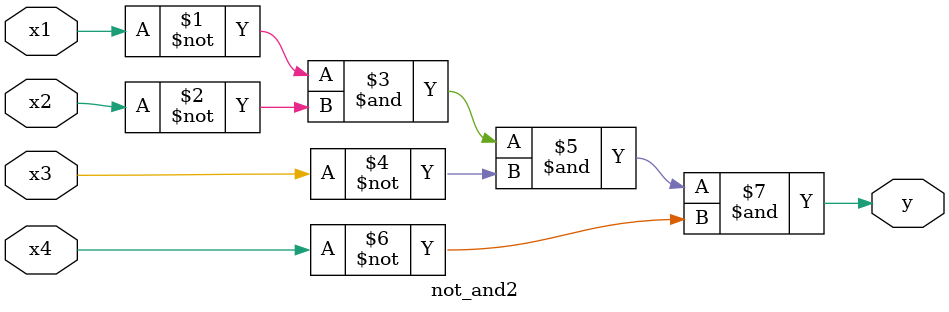
<source format=v>
module not_and2(x1, x2, x3, x4, y);
    input   x1, x2, x3, x4;
    output  y;

    assign y = ~x1 & ~x2 & ~x3 & ~x4;
endmodule
</source>
